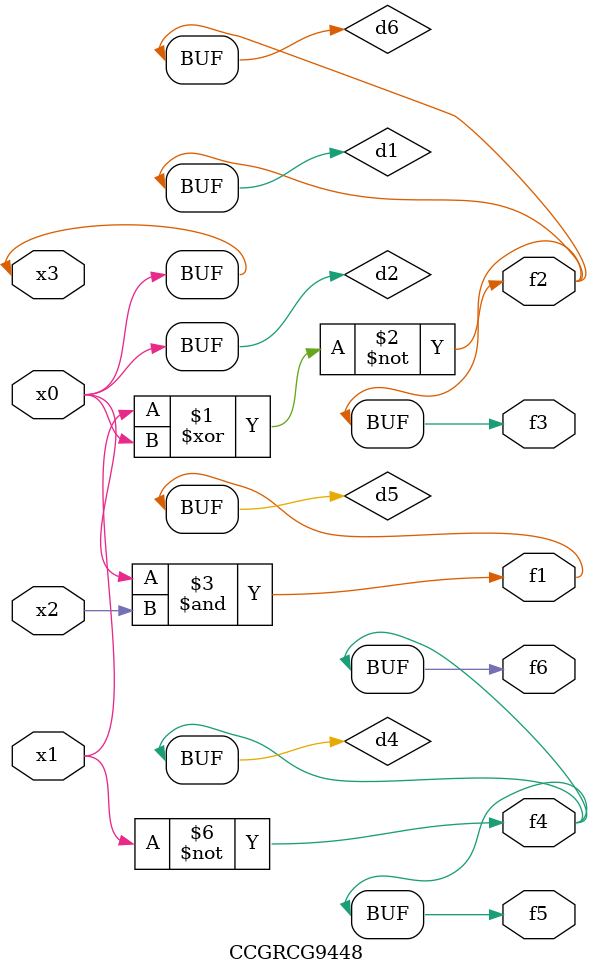
<source format=v>
module CCGRCG9448(
	input x0, x1, x2, x3,
	output f1, f2, f3, f4, f5, f6
);

	wire d1, d2, d3, d4, d5, d6;

	xnor (d1, x1, x3);
	buf (d2, x0, x3);
	nand (d3, x0, x2);
	not (d4, x1);
	nand (d5, d3);
	or (d6, d1);
	assign f1 = d5;
	assign f2 = d6;
	assign f3 = d6;
	assign f4 = d4;
	assign f5 = d4;
	assign f6 = d4;
endmodule

</source>
